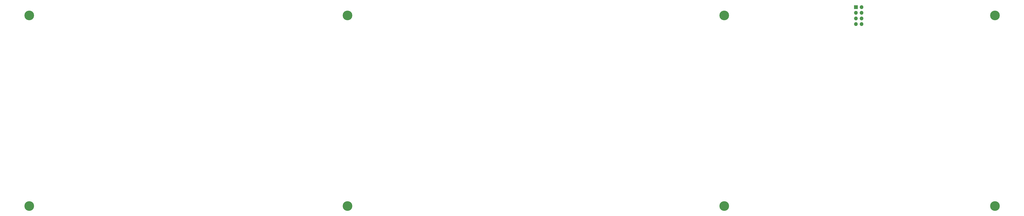
<source format=gbr>
%TF.GenerationSoftware,KiCad,Pcbnew,(6.0.0)*%
%TF.CreationDate,2022-04-04T18:27:56-04:00*%
%TF.ProjectId,SweetBusinessRGBCore,53776565-7442-4757-9369-6e6573735247,rev?*%
%TF.SameCoordinates,Original*%
%TF.FileFunction,Soldermask,Bot*%
%TF.FilePolarity,Negative*%
%FSLAX46Y46*%
G04 Gerber Fmt 4.6, Leading zero omitted, Abs format (unit mm)*
G04 Created by KiCad (PCBNEW (6.0.0)) date 2022-04-04 18:27:56*
%MOMM*%
%LPD*%
G01*
G04 APERTURE LIST*
%ADD10C,4.350000*%
%ADD11R,1.700000X1.700000*%
%ADD12O,1.700000X1.700000*%
G04 APERTURE END LIST*
D10*
%TO.C,H8*%
X500062500Y-241300000D03*
%TD*%
%TO.C,H2*%
X209550000Y-155575000D03*
%TD*%
%TO.C,H7*%
X378618750Y-241300000D03*
%TD*%
%TO.C,H5*%
X66675000Y-241300000D03*
%TD*%
D11*
%TO.C,J1*%
X437668750Y-151775000D03*
D12*
X440208750Y-151775000D03*
X437668750Y-154315000D03*
X440208750Y-154315000D03*
X437668750Y-156855000D03*
X440208750Y-156855000D03*
X437668750Y-159395000D03*
X440208750Y-159395000D03*
%TD*%
D10*
%TO.C,H1*%
X66675000Y-155575000D03*
%TD*%
%TO.C,H3*%
X378618750Y-155575000D03*
%TD*%
%TO.C,H4*%
X500062500Y-155575000D03*
%TD*%
%TO.C,H6*%
X209550000Y-241300000D03*
%TD*%
M02*

</source>
